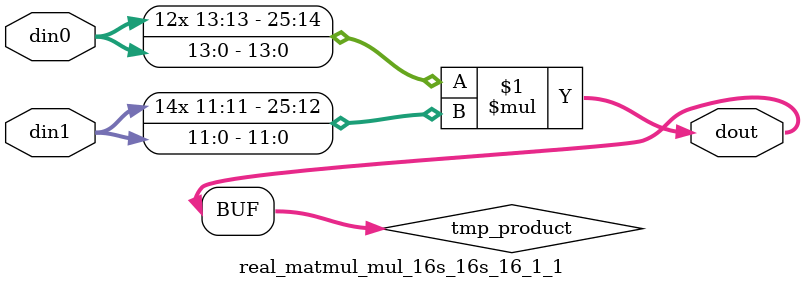
<source format=v>

`timescale 1 ns / 1 ps

 module real_matmul_mul_16s_16s_16_1_1(din0, din1, dout);
parameter ID = 1;
parameter NUM_STAGE = 0;
parameter din0_WIDTH = 14;
parameter din1_WIDTH = 12;
parameter dout_WIDTH = 26;

input [din0_WIDTH - 1 : 0] din0; 
input [din1_WIDTH - 1 : 0] din1; 
output [dout_WIDTH - 1 : 0] dout;

wire signed [dout_WIDTH - 1 : 0] tmp_product;



























assign tmp_product = $signed(din0) * $signed(din1);








assign dout = tmp_product;





















endmodule

</source>
